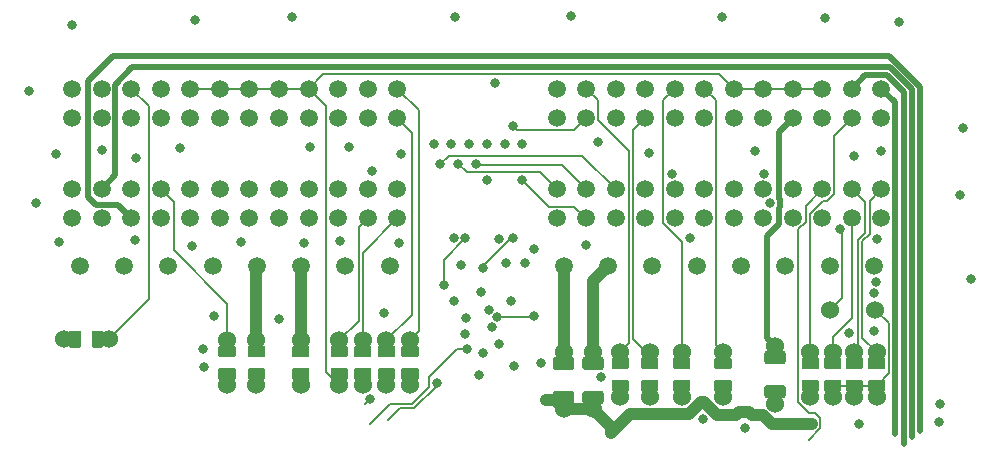
<source format=gtl>
G04 #@! TF.GenerationSoftware,KiCad,Pcbnew,8.0.6-8.0.6-0~ubuntu22.04.1*
G04 #@! TF.CreationDate,2024-11-30T07:07:21+00:00*
G04 #@! TF.ProjectId,hellen-112-17,68656c6c-656e-42d3-9131-322d31372e6b,B*
G04 #@! TF.SameCoordinates,Original*
G04 #@! TF.FileFunction,Copper,L1,Top*
G04 #@! TF.FilePolarity,Positive*
%FSLAX46Y46*%
G04 Gerber Fmt 4.6, Leading zero omitted, Abs format (unit mm)*
G04 Created by KiCad (PCBNEW 8.0.6-8.0.6-0~ubuntu22.04.1) date 2024-11-30 07:07:21*
%MOMM*%
%LPD*%
G01*
G04 APERTURE LIST*
G04 #@! TA.AperFunction,ComponentPad*
%ADD10C,1.500000*%
G04 #@! TD*
G04 #@! TA.AperFunction,ComponentPad*
%ADD11C,1.524000*%
G04 #@! TD*
G04 #@! TA.AperFunction,ViaPad*
%ADD12C,0.800000*%
G04 #@! TD*
G04 #@! TA.AperFunction,Conductor*
%ADD13C,0.200000*%
G04 #@! TD*
G04 #@! TA.AperFunction,Conductor*
%ADD14C,0.500000*%
G04 #@! TD*
G04 #@! TA.AperFunction,Conductor*
%ADD15C,1.000000*%
G04 #@! TD*
G04 APERTURE END LIST*
D10*
G04 #@! TO.P,J1,1,1A*
G04 #@! TO.N,/OUT_LS_101*
X77404267Y89716479D03*
G04 #@! TO.P,J1,2,2A*
G04 #@! TO.N,/OUT_LS_102*
X74904267Y89716479D03*
G04 #@! TO.P,J1,3,3A*
G04 #@! TO.N,GNDA*
X72404267Y89716479D03*
G04 #@! TO.P,J1,4,4A*
X69904267Y89716479D03*
G04 #@! TO.P,J1,5,5A*
X67404267Y89716479D03*
G04 #@! TO.P,J1,6,6A*
X64904267Y89716479D03*
G04 #@! TO.P,J1,7,7A*
G04 #@! TO.N,Net-(J1-7A)*
X62404267Y89716479D03*
G04 #@! TO.P,J1,8,8A*
G04 #@! TO.N,Net-(J1-8A)*
X59904267Y89716479D03*
G04 #@! TO.P,J1,9,9A*
G04 #@! TO.N,/IN_AV_109*
X57404267Y89716479D03*
G04 #@! TO.P,J1,10,10A*
G04 #@! TO.N,/IN_AV_110*
X54904267Y89716479D03*
G04 #@! TO.P,J1,11,11A*
G04 #@! TO.N,Net-(J1-11A)*
X52404267Y89716479D03*
G04 #@! TO.P,J1,12,12A*
G04 #@! TO.N,/IN_AV_112*
X49904267Y89716479D03*
G04 #@! TO.P,J1,13,13A*
G04 #@! TO.N,/IN_DIGITAL_113*
X77404267Y87216479D03*
G04 #@! TO.P,J1,14,14A*
G04 #@! TO.N,Net-(J1-14A)*
X74904267Y87216479D03*
G04 #@! TO.P,J1,15,15A*
G04 #@! TO.N,/OUT_MAIN_RELAY*
X72404267Y87216479D03*
G04 #@! TO.P,J1,16,16A*
G04 #@! TO.N,Net-(J1-16A)*
X69904267Y87216479D03*
G04 #@! TO.P,J1,17,17A*
G04 #@! TO.N,unconnected-(J1-17A-Pad17)*
X67404267Y87216479D03*
G04 #@! TO.P,J1,18,18A*
G04 #@! TO.N,unconnected-(J1-18A-Pad18)*
X64904267Y87216479D03*
G04 #@! TO.P,J1,19,19A*
G04 #@! TO.N,/IN_AV_119*
X62404267Y87216479D03*
G04 #@! TO.P,J1,20,20A*
G04 #@! TO.N,/IN_DIGITAL_120*
X59904267Y87216479D03*
G04 #@! TO.P,J1,21,21A*
G04 #@! TO.N,Net-(J1-21A)*
X57404267Y87216479D03*
G04 #@! TO.P,J1,22,22A*
G04 #@! TO.N,unconnected-(J1-22A-Pad22)*
X54904267Y87216479D03*
G04 #@! TO.P,J1,23,23A*
G04 #@! TO.N,/IN_DIGITAL_123*
X52404267Y87216479D03*
G04 #@! TO.P,J1,24,24A*
G04 #@! TO.N,unconnected-(J1-24A-Pad24)*
X49904267Y87216479D03*
G04 #@! TO.P,J1,25,25A*
G04 #@! TO.N,Net-(J1-25A)*
X77404267Y81216479D03*
G04 #@! TO.P,J1,26,26A*
G04 #@! TO.N,Net-(J1-26A)*
X74904267Y81216479D03*
G04 #@! TO.P,J1,27,27A*
G04 #@! TO.N,unconnected-(J1-27A-Pad27)*
X72404267Y81216479D03*
G04 #@! TO.P,J1,28,28A*
G04 #@! TO.N,/OUT_TACH*
X69904267Y81216479D03*
G04 #@! TO.P,J1,29,29A*
G04 #@! TO.N,/OUT_FUEL_CONSUMPTION*
X67404267Y81216479D03*
G04 #@! TO.P,J1,30,30A*
G04 #@! TO.N,unconnected-(J1-30A-Pad30)*
X64904267Y81216479D03*
G04 #@! TO.P,J1,31,31A*
G04 #@! TO.N,/OUT_AC_RELAY*
X62404267Y81216479D03*
G04 #@! TO.P,J1,32,32A*
G04 #@! TO.N,/CAN+*
X59904267Y81216479D03*
G04 #@! TO.P,J1,33,33A*
G04 #@! TO.N,unconnected-(J1-33A-Pad33)*
X57404267Y81216479D03*
G04 #@! TO.P,J1,34,34A*
G04 #@! TO.N,/IN_DIGITAL_134_HS*
X54904267Y81216479D03*
G04 #@! TO.P,J1,35,35A*
G04 #@! TO.N,/IN_DIGITAL_135_HS*
X52404267Y81216479D03*
G04 #@! TO.P,J1,36,36A*
G04 #@! TO.N,/IN_DIGITAL_136_HS*
X49904267Y81216479D03*
G04 #@! TO.P,J1,37,37A*
G04 #@! TO.N,Net-(J1-37A)*
X77404267Y78716479D03*
G04 #@! TO.P,J1,38,38A*
G04 #@! TO.N,Net-(J1-38A)*
X74904267Y78716479D03*
G04 #@! TO.P,J1,39,39A*
G04 #@! TO.N,unconnected-(J1-39A-Pad39)*
X72404267Y78716479D03*
G04 #@! TO.P,J1,40,40A*
G04 #@! TO.N,/OUT_RELAY_140*
X69904267Y78716479D03*
G04 #@! TO.P,J1,41,41A*
G04 #@! TO.N,/OUT_FAN_RELAY*
X67404267Y78716479D03*
G04 #@! TO.P,J1,42,42A*
G04 #@! TO.N,/OUT_FUEL_PUMP_RELAY*
X64904267Y78716479D03*
G04 #@! TO.P,J1,43,43A*
G04 #@! TO.N,unconnected-(J1-43A-Pad43)*
X62404267Y78716479D03*
G04 #@! TO.P,J1,44,44A*
G04 #@! TO.N,/CAN-*
X59904267Y78716479D03*
G04 #@! TO.P,J1,45,45A*
G04 #@! TO.N,unconnected-(J1-45A-Pad45)*
X57404267Y78716479D03*
G04 #@! TO.P,J1,46,46A*
G04 #@! TO.N,unconnected-(J1-46A-Pad46)*
X54904267Y78716479D03*
G04 #@! TO.P,J1,47,47A*
G04 #@! TO.N,/IN_DIGITAL_147_HS*
X52404267Y78716479D03*
G04 #@! TO.P,J1,48,48A*
G04 #@! TO.N,unconnected-(J1-48A-Pad48)*
X49904267Y78716479D03*
G04 #@! TO.P,J1,49,49A*
G04 #@! TO.N,unconnected-(J1-49A-Pad49)*
X76779267Y74716479D03*
G04 #@! TO.P,J1,50,50A*
G04 #@! TO.N,unconnected-(J1-50A-Pad50)*
X73029267Y74716479D03*
G04 #@! TO.P,J1,51,51A*
G04 #@! TO.N,/OUT_RELAY_151*
X69279267Y74716479D03*
G04 #@! TO.P,J1,52,52A*
G04 #@! TO.N,/OUT_RELAY_152*
X65529267Y74716479D03*
G04 #@! TO.P,J1,53,53A*
G04 #@! TO.N,GND*
X61779267Y74716479D03*
G04 #@! TO.P,J1,54,54A*
X58029267Y74716479D03*
G04 #@! TO.P,J1,55,55A*
G04 #@! TO.N,Net-(J1-55A)*
X54279267Y74716479D03*
G04 #@! TO.P,J1,56,56A*
G04 #@! TO.N,Net-(J1-56A)*
X50529267Y74716479D03*
G04 #@! TO.P,J1,57,1B*
G04 #@! TO.N,/IN_CRANK-*
X36404267Y89716479D03*
G04 #@! TO.P,J1,58,2B*
G04 #@! TO.N,unconnected-(J1-2B-Pad58)*
X33904267Y89716479D03*
G04 #@! TO.P,J1,59,3B*
G04 #@! TO.N,/IN_TPS1*
X31404267Y89716479D03*
G04 #@! TO.P,J1,60,4B*
G04 #@! TO.N,GNDA*
X28904267Y89716479D03*
G04 #@! TO.P,J1,61,5B*
X26404267Y89716479D03*
G04 #@! TO.P,J1,62,6B*
X23904267Y89716479D03*
G04 #@! TO.P,J1,63,7B*
X21404267Y89716479D03*
G04 #@! TO.P,J1,64,8B*
X18904267Y89716479D03*
G04 #@! TO.P,J1,65,9B*
G04 #@! TO.N,unconnected-(J1-9B-Pad65)*
X16404267Y89716479D03*
G04 #@! TO.P,J1,66,10B*
G04 #@! TO.N,+5VP*
X13904267Y89716479D03*
G04 #@! TO.P,J1,67,11B*
G04 #@! TO.N,unconnected-(J1-11B-Pad67)*
X11404267Y89716479D03*
G04 #@! TO.P,J1,68,12B*
G04 #@! TO.N,unconnected-(J1-12B-Pad68)*
X8904267Y89716479D03*
G04 #@! TO.P,J1,69,13B*
G04 #@! TO.N,/IN_CRANK+*
X36404267Y87216479D03*
G04 #@! TO.P,J1,70,14B*
G04 #@! TO.N,unconnected-(J1-14B-Pad70)*
X33904267Y87216479D03*
G04 #@! TO.P,J1,71,15B*
G04 #@! TO.N,/IN_CLT*
X31404267Y87216479D03*
G04 #@! TO.P,J1,72,16B*
G04 #@! TO.N,unconnected-(J1-16B-Pad72)*
X28904267Y87216479D03*
G04 #@! TO.P,J1,73,17B*
G04 #@! TO.N,unconnected-(J1-17B-Pad73)*
X26404267Y87216479D03*
G04 #@! TO.P,J1,74,18B*
G04 #@! TO.N,unconnected-(J1-18B-Pad74)*
X23904267Y87216479D03*
G04 #@! TO.P,J1,75,19B*
G04 #@! TO.N,/IN_MAP*
X21404267Y87216479D03*
G04 #@! TO.P,J1,76,20B*
G04 #@! TO.N,/IN_TPS2*
X18904267Y87216479D03*
G04 #@! TO.P,J1,77,21B*
G04 #@! TO.N,unconnected-(J1-21B-Pad77)*
X16404267Y87216479D03*
G04 #@! TO.P,J1,78,22B*
G04 #@! TO.N,unconnected-(J1-22B-Pad78)*
X13904267Y87216479D03*
G04 #@! TO.P,J1,79,23B*
G04 #@! TO.N,Net-(J1-23B)*
X11404267Y87216479D03*
G04 #@! TO.P,J1,80,24B*
G04 #@! TO.N,unconnected-(J1-24B-Pad80)*
X8904267Y87216479D03*
G04 #@! TO.P,J1,81,25B*
G04 #@! TO.N,unconnected-(J1-25B-Pad81)*
X36404267Y81216479D03*
G04 #@! TO.P,J1,82,26B*
G04 #@! TO.N,unconnected-(J1-26B-Pad82)*
X33904267Y81216479D03*
G04 #@! TO.P,J1,83,27B*
G04 #@! TO.N,/IN_IAT*
X31404267Y81216479D03*
G04 #@! TO.P,J1,84,28B*
G04 #@! TO.N,unconnected-(J1-28B-Pad84)*
X28904267Y81216479D03*
G04 #@! TO.P,J1,85,29B*
G04 #@! TO.N,unconnected-(J1-29B-Pad85)*
X26404267Y81216479D03*
G04 #@! TO.P,J1,86,30B*
G04 #@! TO.N,unconnected-(J1-30B-Pad86)*
X23904267Y81216479D03*
G04 #@! TO.P,J1,87,31B*
G04 #@! TO.N,/IN_CAM*
X21404267Y81216479D03*
G04 #@! TO.P,J1,88,32B*
G04 #@! TO.N,/IN_VSS*
X18904267Y81216479D03*
G04 #@! TO.P,J1,89,33B*
G04 #@! TO.N,Net-(J1-33B)*
X16404267Y81216479D03*
G04 #@! TO.P,J1,90,34B*
G04 #@! TO.N,unconnected-(J1-34B-Pad90)*
X13904267Y81216479D03*
G04 #@! TO.P,J1,91,35B*
G04 #@! TO.N,/OUT_LS_235*
X11404267Y81216479D03*
G04 #@! TO.P,J1,92,36B*
G04 #@! TO.N,unconnected-(J1-36B-Pad92)*
X8904267Y81216479D03*
G04 #@! TO.P,J1,93,37B*
G04 #@! TO.N,Net-(J1-37B)*
X36404267Y78716479D03*
G04 #@! TO.P,J1,94,38B*
G04 #@! TO.N,Net-(J1-38B)*
X33904267Y78716479D03*
G04 #@! TO.P,J1,95,39B*
G04 #@! TO.N,unconnected-(J1-39B-Pad95)*
X31404267Y78716479D03*
G04 #@! TO.P,J1,96,40B*
G04 #@! TO.N,unconnected-(J1-40B-Pad96)*
X28904267Y78716479D03*
G04 #@! TO.P,J1,97,41B*
G04 #@! TO.N,unconnected-(J1-41B-Pad97)*
X26404267Y78716479D03*
G04 #@! TO.P,J1,98,42B*
G04 #@! TO.N,/OUT_INJ2*
X23904267Y78716479D03*
G04 #@! TO.P,J1,99,43B*
G04 #@! TO.N,/OUT_INJ3*
X21404267Y78716479D03*
G04 #@! TO.P,J1,100,44B*
G04 #@! TO.N,/OUT_INJ1*
X18904267Y78716479D03*
G04 #@! TO.P,J1,101,45B*
G04 #@! TO.N,/OUT_INJ4*
X16404267Y78716479D03*
G04 #@! TO.P,J1,102,46B*
G04 #@! TO.N,/OUT_LS_246*
X13904267Y78716479D03*
G04 #@! TO.P,J1,103,47B*
G04 #@! TO.N,GNDA*
X11404267Y78716479D03*
G04 #@! TO.P,J1,104,48B*
G04 #@! TO.N,unconnected-(J1-48B-Pad104)*
X8904267Y78716479D03*
G04 #@! TO.P,J1,105,49B*
G04 #@! TO.N,unconnected-(J1-49B-Pad105)*
X35779267Y74716479D03*
G04 #@! TO.P,J1,106,50B*
G04 #@! TO.N,GND*
X32029267Y74716479D03*
G04 #@! TO.P,J1,107,51B*
G04 #@! TO.N,Net-(J1-51B)*
X28279267Y74716479D03*
G04 #@! TO.P,J1,108,52B*
G04 #@! TO.N,Net-(J1-52B)*
X24529267Y74716479D03*
G04 #@! TO.P,J1,109,53B*
G04 #@! TO.N,/OUT_IGN2*
X20779267Y74716479D03*
G04 #@! TO.P,J1,110,54B*
G04 #@! TO.N,/OUT_IGN3*
X17029267Y74716479D03*
G04 #@! TO.P,J1,111,55B*
G04 #@! TO.N,/OUT_IGN4*
X13279267Y74716479D03*
G04 #@! TO.P,J1,112,56B*
G04 #@! TO.N,/OUT_IGN1*
X9529267Y74716479D03*
G04 #@! TD*
D11*
G04 #@! TO.P,R13,1,1*
G04 #@! TO.N,Net-(J1-37B)*
X33500000Y68405000D03*
G04 #@! TA.AperFunction,SMDPad,CuDef*
G36*
G01*
X32875000Y67950001D02*
X34125000Y67950001D01*
G75*
G02*
X34225000Y67850001I0J-100000D01*
G01*
X34225000Y67050001D01*
G75*
G02*
X34125000Y66950001I-100000J0D01*
G01*
X32875000Y66950001D01*
G75*
G02*
X32775000Y67050001I0J100000D01*
G01*
X32775000Y67850001D01*
G75*
G02*
X32875000Y67950001I100000J0D01*
G01*
G37*
G04 #@! TD.AperFunction*
G04 #@! TO.P,R13,2,2*
G04 #@! TO.N,unconnected-(R13-Pad2)*
G04 #@! TA.AperFunction,SMDPad,CuDef*
G36*
G01*
X32875000Y66049979D02*
X34125000Y66049979D01*
G75*
G02*
X34225000Y65949979I0J-100000D01*
G01*
X34225000Y65149979D01*
G75*
G02*
X34125000Y65049979I-100000J0D01*
G01*
X32875000Y65049979D01*
G75*
G02*
X32775000Y65149979I0J100000D01*
G01*
X32775000Y65949979D01*
G75*
G02*
X32875000Y66049979I100000J0D01*
G01*
G37*
G04 #@! TD.AperFunction*
X33500000Y64595000D03*
G04 #@! TD*
G04 #@! TO.P,R11,1,1*
G04 #@! TO.N,Net-(J1-23B)*
X8190000Y68500000D03*
G04 #@! TA.AperFunction,SMDPad,CuDef*
G36*
G01*
X8644999Y67875000D02*
X8644999Y69125000D01*
G75*
G02*
X8744999Y69225000I100000J0D01*
G01*
X9544999Y69225000D01*
G75*
G02*
X9644999Y69125000I0J-100000D01*
G01*
X9644999Y67875000D01*
G75*
G02*
X9544999Y67775000I-100000J0D01*
G01*
X8744999Y67775000D01*
G75*
G02*
X8644999Y67875000I0J100000D01*
G01*
G37*
G04 #@! TD.AperFunction*
G04 #@! TO.P,R11,2,2*
G04 #@! TO.N,+5VP*
G04 #@! TA.AperFunction,SMDPad,CuDef*
G36*
G01*
X10545021Y67875000D02*
X10545021Y69125000D01*
G75*
G02*
X10645021Y69225000I100000J0D01*
G01*
X11445021Y69225000D01*
G75*
G02*
X11545021Y69125000I0J-100000D01*
G01*
X11545021Y67875000D01*
G75*
G02*
X11445021Y67775000I-100000J0D01*
G01*
X10645021Y67775000D01*
G75*
G02*
X10545021Y67875000I0J100000D01*
G01*
G37*
G04 #@! TD.AperFunction*
X12000000Y68500000D03*
G04 #@! TD*
G04 #@! TO.P,R14,1,1*
G04 #@! TO.N,Net-(J1-38B)*
X31500000Y68405000D03*
G04 #@! TA.AperFunction,SMDPad,CuDef*
G36*
G01*
X30875000Y67950001D02*
X32125000Y67950001D01*
G75*
G02*
X32225000Y67850001I0J-100000D01*
G01*
X32225000Y67050001D01*
G75*
G02*
X32125000Y66950001I-100000J0D01*
G01*
X30875000Y66950001D01*
G75*
G02*
X30775000Y67050001I0J100000D01*
G01*
X30775000Y67850001D01*
G75*
G02*
X30875000Y67950001I100000J0D01*
G01*
G37*
G04 #@! TD.AperFunction*
G04 #@! TO.P,R14,2,2*
G04 #@! TO.N,GNDA*
G04 #@! TA.AperFunction,SMDPad,CuDef*
G36*
G01*
X30875000Y66049979D02*
X32125000Y66049979D01*
G75*
G02*
X32225000Y65949979I0J-100000D01*
G01*
X32225000Y65149979D01*
G75*
G02*
X32125000Y65049979I-100000J0D01*
G01*
X30875000Y65049979D01*
G75*
G02*
X30775000Y65149979I0J100000D01*
G01*
X30775000Y65949979D01*
G75*
G02*
X30875000Y66049979I100000J0D01*
G01*
G37*
G04 #@! TD.AperFunction*
X31500000Y64595000D03*
G04 #@! TD*
G04 #@! TO.P,R12,1,1*
G04 #@! TO.N,Net-(J1-33B)*
X22000000Y68405000D03*
G04 #@! TA.AperFunction,SMDPad,CuDef*
G36*
G01*
X21375000Y67950001D02*
X22625000Y67950001D01*
G75*
G02*
X22725000Y67850001I0J-100000D01*
G01*
X22725000Y67050001D01*
G75*
G02*
X22625000Y66950001I-100000J0D01*
G01*
X21375000Y66950001D01*
G75*
G02*
X21275000Y67050001I0J100000D01*
G01*
X21275000Y67850001D01*
G75*
G02*
X21375000Y67950001I100000J0D01*
G01*
G37*
G04 #@! TD.AperFunction*
G04 #@! TO.P,R12,2,2*
G04 #@! TO.N,unconnected-(R12-Pad2)*
G04 #@! TA.AperFunction,SMDPad,CuDef*
G36*
G01*
X21375000Y66049979D02*
X22625000Y66049979D01*
G75*
G02*
X22725000Y65949979I0J-100000D01*
G01*
X22725000Y65149979D01*
G75*
G02*
X22625000Y65049979I-100000J0D01*
G01*
X21375000Y65049979D01*
G75*
G02*
X21275000Y65149979I0J100000D01*
G01*
X21275000Y65949979D01*
G75*
G02*
X21375000Y66049979I100000J0D01*
G01*
G37*
G04 #@! TD.AperFunction*
X22000000Y64595000D03*
G04 #@! TD*
G04 #@! TO.P,F2,1,1*
G04 #@! TO.N,Net-(J1-55A)*
X53000000Y67450000D03*
G04 #@! TA.AperFunction,SMDPad,CuDef*
G36*
G01*
X52100000Y66105010D02*
X52100000Y66795010D01*
G75*
G02*
X52330000Y67025010I230000J0D01*
G01*
X53670000Y67025010D01*
G75*
G02*
X53900000Y66795010I0J-230000D01*
G01*
X53900000Y66105010D01*
G75*
G02*
X53670000Y65875010I-230000J0D01*
G01*
X52330000Y65875010D01*
G75*
G02*
X52100000Y66105010I0J230000D01*
G01*
G37*
G04 #@! TD.AperFunction*
G04 #@! TO.P,F2,2,2*
G04 #@! TO.N,+12V_RAW*
G04 #@! TA.AperFunction,SMDPad,CuDef*
G36*
G01*
X52100000Y63204990D02*
X52100000Y63894990D01*
G75*
G02*
X52330000Y64124990I230000J0D01*
G01*
X53670000Y64124990D01*
G75*
G02*
X53900000Y63894990I0J-230000D01*
G01*
X53900000Y63204990D01*
G75*
G02*
X53670000Y62974990I-230000J0D01*
G01*
X52330000Y62974990D01*
G75*
G02*
X52100000Y63204990I0J230000D01*
G01*
G37*
G04 #@! TD.AperFunction*
X53000000Y62550000D03*
G04 #@! TD*
G04 #@! TO.P,R15,1,1*
G04 #@! TO.N,Net-(J1-51B)*
X28250000Y68405000D03*
G04 #@! TA.AperFunction,SMDPad,CuDef*
G36*
G01*
X27625000Y67950001D02*
X28875000Y67950001D01*
G75*
G02*
X28975000Y67850001I0J-100000D01*
G01*
X28975000Y67050001D01*
G75*
G02*
X28875000Y66950001I-100000J0D01*
G01*
X27625000Y66950001D01*
G75*
G02*
X27525000Y67050001I0J100000D01*
G01*
X27525000Y67850001D01*
G75*
G02*
X27625000Y67950001I100000J0D01*
G01*
G37*
G04 #@! TD.AperFunction*
G04 #@! TO.P,R15,2,2*
G04 #@! TO.N,/OUT_ETB+*
G04 #@! TA.AperFunction,SMDPad,CuDef*
G36*
G01*
X27625000Y66049979D02*
X28875000Y66049979D01*
G75*
G02*
X28975000Y65949979I0J-100000D01*
G01*
X28975000Y65149979D01*
G75*
G02*
X28875000Y65049979I-100000J0D01*
G01*
X27625000Y65049979D01*
G75*
G02*
X27525000Y65149979I0J100000D01*
G01*
X27525000Y65949979D01*
G75*
G02*
X27625000Y66049979I100000J0D01*
G01*
G37*
G04 #@! TD.AperFunction*
X28250000Y64595000D03*
G04 #@! TD*
G04 #@! TO.P,F1,1,1*
G04 #@! TO.N,Net-(J1-16A)*
X68400000Y67950000D03*
G04 #@! TA.AperFunction,SMDPad,CuDef*
G36*
G01*
X67500000Y66605010D02*
X67500000Y67295010D01*
G75*
G02*
X67730000Y67525010I230000J0D01*
G01*
X69070000Y67525010D01*
G75*
G02*
X69300000Y67295010I0J-230000D01*
G01*
X69300000Y66605010D01*
G75*
G02*
X69070000Y66375010I-230000J0D01*
G01*
X67730000Y66375010D01*
G75*
G02*
X67500000Y66605010I0J230000D01*
G01*
G37*
G04 #@! TD.AperFunction*
G04 #@! TO.P,F1,2,2*
G04 #@! TO.N,/IN_VIGN*
G04 #@! TA.AperFunction,SMDPad,CuDef*
G36*
G01*
X67500000Y63704990D02*
X67500000Y64394990D01*
G75*
G02*
X67730000Y64624990I230000J0D01*
G01*
X69070000Y64624990D01*
G75*
G02*
X69300000Y64394990I0J-230000D01*
G01*
X69300000Y63704990D01*
G75*
G02*
X69070000Y63474990I-230000J0D01*
G01*
X67730000Y63474990D01*
G75*
G02*
X67500000Y63704990I0J230000D01*
G01*
G37*
G04 #@! TD.AperFunction*
X68400000Y63050000D03*
G04 #@! TD*
G04 #@! TO.P,F3,1,1*
G04 #@! TO.N,Net-(J1-56A)*
X50500000Y67450000D03*
G04 #@! TA.AperFunction,SMDPad,CuDef*
G36*
G01*
X49600000Y66105010D02*
X49600000Y66795010D01*
G75*
G02*
X49830000Y67025010I230000J0D01*
G01*
X51170000Y67025010D01*
G75*
G02*
X51400000Y66795010I0J-230000D01*
G01*
X51400000Y66105010D01*
G75*
G02*
X51170000Y65875010I-230000J0D01*
G01*
X49830000Y65875010D01*
G75*
G02*
X49600000Y66105010I0J230000D01*
G01*
G37*
G04 #@! TD.AperFunction*
G04 #@! TO.P,F3,2,2*
G04 #@! TO.N,+12V_RAW*
G04 #@! TA.AperFunction,SMDPad,CuDef*
G36*
G01*
X49600000Y63204990D02*
X49600000Y63894990D01*
G75*
G02*
X49830000Y64124990I230000J0D01*
G01*
X51170000Y64124990D01*
G75*
G02*
X51400000Y63894990I0J-230000D01*
G01*
X51400000Y63204990D01*
G75*
G02*
X51170000Y62974990I-230000J0D01*
G01*
X49830000Y62974990D01*
G75*
G02*
X49600000Y63204990I0J230000D01*
G01*
G37*
G04 #@! TD.AperFunction*
X50500000Y62550000D03*
G04 #@! TD*
G04 #@! TO.P,R1,1,1*
G04 #@! TO.N,Net-(J1-7A)*
X64000000Y67405000D03*
G04 #@! TA.AperFunction,SMDPad,CuDef*
G36*
G01*
X63375000Y66950001D02*
X64625000Y66950001D01*
G75*
G02*
X64725000Y66850001I0J-100000D01*
G01*
X64725000Y66050001D01*
G75*
G02*
X64625000Y65950001I-100000J0D01*
G01*
X63375000Y65950001D01*
G75*
G02*
X63275000Y66050001I0J100000D01*
G01*
X63275000Y66850001D01*
G75*
G02*
X63375000Y66950001I100000J0D01*
G01*
G37*
G04 #@! TD.AperFunction*
G04 #@! TO.P,R1,2,2*
G04 #@! TO.N,/IN_AV_107*
G04 #@! TA.AperFunction,SMDPad,CuDef*
G36*
G01*
X63375000Y65049979D02*
X64625000Y65049979D01*
G75*
G02*
X64725000Y64949979I0J-100000D01*
G01*
X64725000Y64149979D01*
G75*
G02*
X64625000Y64049979I-100000J0D01*
G01*
X63375000Y64049979D01*
G75*
G02*
X63275000Y64149979I0J100000D01*
G01*
X63275000Y64949979D01*
G75*
G02*
X63375000Y65049979I100000J0D01*
G01*
G37*
G04 #@! TD.AperFunction*
X64000000Y63595000D03*
G04 #@! TD*
G04 #@! TO.P,R9,1,1*
G04 #@! TO.N,/IN_CRANK-*
X37500000Y68405000D03*
G04 #@! TA.AperFunction,SMDPad,CuDef*
G36*
G01*
X36875000Y67950001D02*
X38125000Y67950001D01*
G75*
G02*
X38225000Y67850001I0J-100000D01*
G01*
X38225000Y67050001D01*
G75*
G02*
X38125000Y66950001I-100000J0D01*
G01*
X36875000Y66950001D01*
G75*
G02*
X36775000Y67050001I0J100000D01*
G01*
X36775000Y67850001D01*
G75*
G02*
X36875000Y67950001I100000J0D01*
G01*
G37*
G04 #@! TD.AperFunction*
G04 #@! TO.P,R9,2,2*
G04 #@! TO.N,unconnected-(R9-Pad2)*
G04 #@! TA.AperFunction,SMDPad,CuDef*
G36*
G01*
X36875000Y66049979D02*
X38125000Y66049979D01*
G75*
G02*
X38225000Y65949979I0J-100000D01*
G01*
X38225000Y65149979D01*
G75*
G02*
X38125000Y65049979I-100000J0D01*
G01*
X36875000Y65049979D01*
G75*
G02*
X36775000Y65149979I0J100000D01*
G01*
X36775000Y65949979D01*
G75*
G02*
X36875000Y66049979I100000J0D01*
G01*
G37*
G04 #@! TD.AperFunction*
X37500000Y64595000D03*
G04 #@! TD*
G04 #@! TO.P,R6,1,1*
G04 #@! TO.N,Net-(J1-25A)*
X77000000Y67405000D03*
G04 #@! TA.AperFunction,SMDPad,CuDef*
G36*
G01*
X76375000Y66950001D02*
X77625000Y66950001D01*
G75*
G02*
X77725000Y66850001I0J-100000D01*
G01*
X77725000Y66050001D01*
G75*
G02*
X77625000Y65950001I-100000J0D01*
G01*
X76375000Y65950001D01*
G75*
G02*
X76275000Y66050001I0J100000D01*
G01*
X76275000Y66850001D01*
G75*
G02*
X76375000Y66950001I100000J0D01*
G01*
G37*
G04 #@! TD.AperFunction*
G04 #@! TO.P,R6,2,2*
G04 #@! TO.N,+5VP*
G04 #@! TA.AperFunction,SMDPad,CuDef*
G36*
G01*
X76375000Y65049979D02*
X77625000Y65049979D01*
G75*
G02*
X77725000Y64949979I0J-100000D01*
G01*
X77725000Y64149979D01*
G75*
G02*
X77625000Y64049979I-100000J0D01*
G01*
X76375000Y64049979D01*
G75*
G02*
X76275000Y64149979I0J100000D01*
G01*
X76275000Y64949979D01*
G75*
G02*
X76375000Y65049979I100000J0D01*
G01*
G37*
G04 #@! TD.AperFunction*
X77000000Y63595000D03*
G04 #@! TD*
G04 #@! TO.P,R4,1,1*
G04 #@! TO.N,Net-(J1-14A)*
X71400000Y67405000D03*
G04 #@! TA.AperFunction,SMDPad,CuDef*
G36*
G01*
X70775000Y66950001D02*
X72025000Y66950001D01*
G75*
G02*
X72125000Y66850001I0J-100000D01*
G01*
X72125000Y66050001D01*
G75*
G02*
X72025000Y65950001I-100000J0D01*
G01*
X70775000Y65950001D01*
G75*
G02*
X70675000Y66050001I0J100000D01*
G01*
X70675000Y66850001D01*
G75*
G02*
X70775000Y66950001I100000J0D01*
G01*
G37*
G04 #@! TD.AperFunction*
G04 #@! TO.P,R4,2,2*
G04 #@! TO.N,/IN_PPS2*
G04 #@! TA.AperFunction,SMDPad,CuDef*
G36*
G01*
X70775000Y65049979D02*
X72025000Y65049979D01*
G75*
G02*
X72125000Y64949979I0J-100000D01*
G01*
X72125000Y64149979D01*
G75*
G02*
X72025000Y64049979I-100000J0D01*
G01*
X70775000Y64049979D01*
G75*
G02*
X70675000Y64149979I0J100000D01*
G01*
X70675000Y64949979D01*
G75*
G02*
X70775000Y65049979I100000J0D01*
G01*
G37*
G04 #@! TD.AperFunction*
X71400000Y63595000D03*
G04 #@! TD*
G04 #@! TO.P,R8,1,1*
G04 #@! TO.N,Net-(J1-38A)*
X73300000Y67405000D03*
G04 #@! TA.AperFunction,SMDPad,CuDef*
G36*
G01*
X72675000Y66950001D02*
X73925000Y66950001D01*
G75*
G02*
X74025000Y66850001I0J-100000D01*
G01*
X74025000Y66050001D01*
G75*
G02*
X73925000Y65950001I-100000J0D01*
G01*
X72675000Y65950001D01*
G75*
G02*
X72575000Y66050001I0J100000D01*
G01*
X72575000Y66850001D01*
G75*
G02*
X72675000Y66950001I100000J0D01*
G01*
G37*
G04 #@! TD.AperFunction*
G04 #@! TO.P,R8,2,2*
G04 #@! TO.N,+5VP*
G04 #@! TA.AperFunction,SMDPad,CuDef*
G36*
G01*
X72675000Y65049979D02*
X73925000Y65049979D01*
G75*
G02*
X74025000Y64949979I0J-100000D01*
G01*
X74025000Y64149979D01*
G75*
G02*
X73925000Y64049979I-100000J0D01*
G01*
X72675000Y64049979D01*
G75*
G02*
X72575000Y64149979I0J100000D01*
G01*
X72575000Y64949979D01*
G75*
G02*
X72675000Y65049979I100000J0D01*
G01*
G37*
G04 #@! TD.AperFunction*
X73300000Y63595000D03*
G04 #@! TD*
G04 #@! TO.P,R10,1,1*
G04 #@! TO.N,/IN_CRANK+*
X35500000Y68405000D03*
G04 #@! TA.AperFunction,SMDPad,CuDef*
G36*
G01*
X34875000Y67950001D02*
X36125000Y67950001D01*
G75*
G02*
X36225000Y67850001I0J-100000D01*
G01*
X36225000Y67050001D01*
G75*
G02*
X36125000Y66950001I-100000J0D01*
G01*
X34875000Y66950001D01*
G75*
G02*
X34775000Y67050001I0J100000D01*
G01*
X34775000Y67850001D01*
G75*
G02*
X34875000Y67950001I100000J0D01*
G01*
G37*
G04 #@! TD.AperFunction*
G04 #@! TO.P,R10,2,2*
G04 #@! TO.N,unconnected-(R10-Pad2)*
G04 #@! TA.AperFunction,SMDPad,CuDef*
G36*
G01*
X34875000Y66049979D02*
X36125000Y66049979D01*
G75*
G02*
X36225000Y65949979I0J-100000D01*
G01*
X36225000Y65149979D01*
G75*
G02*
X36125000Y65049979I-100000J0D01*
G01*
X34875000Y65049979D01*
G75*
G02*
X34775000Y65149979I0J100000D01*
G01*
X34775000Y65949979D01*
G75*
G02*
X34875000Y66049979I100000J0D01*
G01*
G37*
G04 #@! TD.AperFunction*
X35500000Y64595000D03*
G04 #@! TD*
G04 #@! TO.P,R7,1,1*
G04 #@! TO.N,Net-(J1-26A)*
X75100000Y67405000D03*
G04 #@! TA.AperFunction,SMDPad,CuDef*
G36*
G01*
X74475000Y66950001D02*
X75725000Y66950001D01*
G75*
G02*
X75825000Y66850001I0J-100000D01*
G01*
X75825000Y66050001D01*
G75*
G02*
X75725000Y65950001I-100000J0D01*
G01*
X74475000Y65950001D01*
G75*
G02*
X74375000Y66050001I0J100000D01*
G01*
X74375000Y66850001D01*
G75*
G02*
X74475000Y66950001I100000J0D01*
G01*
G37*
G04 #@! TD.AperFunction*
G04 #@! TO.P,R7,2,2*
G04 #@! TO.N,+5VP*
G04 #@! TA.AperFunction,SMDPad,CuDef*
G36*
G01*
X74475000Y65049979D02*
X75725000Y65049979D01*
G75*
G02*
X75825000Y64949979I0J-100000D01*
G01*
X75825000Y64149979D01*
G75*
G02*
X75725000Y64049979I-100000J0D01*
G01*
X74475000Y64049979D01*
G75*
G02*
X74375000Y64149979I0J100000D01*
G01*
X74375000Y64949979D01*
G75*
G02*
X74475000Y65049979I100000J0D01*
G01*
G37*
G04 #@! TD.AperFunction*
X75100000Y63595000D03*
G04 #@! TD*
G04 #@! TO.P,R16,1,1*
G04 #@! TO.N,Net-(J1-52B)*
X24500000Y68405000D03*
G04 #@! TA.AperFunction,SMDPad,CuDef*
G36*
G01*
X23875000Y67950001D02*
X25125000Y67950001D01*
G75*
G02*
X25225000Y67850001I0J-100000D01*
G01*
X25225000Y67050001D01*
G75*
G02*
X25125000Y66950001I-100000J0D01*
G01*
X23875000Y66950001D01*
G75*
G02*
X23775000Y67050001I0J100000D01*
G01*
X23775000Y67850001D01*
G75*
G02*
X23875000Y67950001I100000J0D01*
G01*
G37*
G04 #@! TD.AperFunction*
G04 #@! TO.P,R16,2,2*
G04 #@! TO.N,/OUT_ETB-*
G04 #@! TA.AperFunction,SMDPad,CuDef*
G36*
G01*
X23875000Y66049979D02*
X25125000Y66049979D01*
G75*
G02*
X25225000Y65949979I0J-100000D01*
G01*
X25225000Y65149979D01*
G75*
G02*
X25125000Y65049979I-100000J0D01*
G01*
X23875000Y65049979D01*
G75*
G02*
X23775000Y65149979I0J100000D01*
G01*
X23775000Y65949979D01*
G75*
G02*
X23875000Y66049979I100000J0D01*
G01*
G37*
G04 #@! TD.AperFunction*
X24500000Y64595000D03*
G04 #@! TD*
G04 #@! TO.P,R5,1,1*
G04 #@! TO.N,Net-(J1-21A)*
X57800000Y67405000D03*
G04 #@! TA.AperFunction,SMDPad,CuDef*
G36*
G01*
X57175000Y66950001D02*
X58425000Y66950001D01*
G75*
G02*
X58525000Y66850001I0J-100000D01*
G01*
X58525000Y66050001D01*
G75*
G02*
X58425000Y65950001I-100000J0D01*
G01*
X57175000Y65950001D01*
G75*
G02*
X57075000Y66050001I0J100000D01*
G01*
X57075000Y66850001D01*
G75*
G02*
X57175000Y66950001I100000J0D01*
G01*
G37*
G04 #@! TD.AperFunction*
G04 #@! TO.P,R5,2,2*
G04 #@! TO.N,/IN_PPS1*
G04 #@! TA.AperFunction,SMDPad,CuDef*
G36*
G01*
X57175000Y65049979D02*
X58425000Y65049979D01*
G75*
G02*
X58525000Y64949979I0J-100000D01*
G01*
X58525000Y64149979D01*
G75*
G02*
X58425000Y64049979I-100000J0D01*
G01*
X57175000Y64049979D01*
G75*
G02*
X57075000Y64149979I0J100000D01*
G01*
X57075000Y64949979D01*
G75*
G02*
X57175000Y65049979I100000J0D01*
G01*
G37*
G04 #@! TD.AperFunction*
X57800000Y63595000D03*
G04 #@! TD*
G04 #@! TO.P,R2,1,1*
G04 #@! TO.N,Net-(J1-8A)*
X60500000Y67405000D03*
G04 #@! TA.AperFunction,SMDPad,CuDef*
G36*
G01*
X59875000Y66950001D02*
X61125000Y66950001D01*
G75*
G02*
X61225000Y66850001I0J-100000D01*
G01*
X61225000Y66050001D01*
G75*
G02*
X61125000Y65950001I-100000J0D01*
G01*
X59875000Y65950001D01*
G75*
G02*
X59775000Y66050001I0J100000D01*
G01*
X59775000Y66850001D01*
G75*
G02*
X59875000Y66950001I100000J0D01*
G01*
G37*
G04 #@! TD.AperFunction*
G04 #@! TO.P,R2,2,2*
G04 #@! TO.N,GND*
G04 #@! TA.AperFunction,SMDPad,CuDef*
G36*
G01*
X59875000Y65049979D02*
X61125000Y65049979D01*
G75*
G02*
X61225000Y64949979I0J-100000D01*
G01*
X61225000Y64149979D01*
G75*
G02*
X61125000Y64049979I-100000J0D01*
G01*
X59875000Y64049979D01*
G75*
G02*
X59775000Y64149979I0J100000D01*
G01*
X59775000Y64949979D01*
G75*
G02*
X59875000Y65049979I100000J0D01*
G01*
G37*
G04 #@! TD.AperFunction*
X60500000Y63595000D03*
G04 #@! TD*
G04 #@! TO.P,R3,1,1*
G04 #@! TO.N,Net-(J1-11A)*
X55300000Y67405000D03*
G04 #@! TA.AperFunction,SMDPad,CuDef*
G36*
G01*
X54675000Y66950001D02*
X55925000Y66950001D01*
G75*
G02*
X56025000Y66850001I0J-100000D01*
G01*
X56025000Y66050001D01*
G75*
G02*
X55925000Y65950001I-100000J0D01*
G01*
X54675000Y65950001D01*
G75*
G02*
X54575000Y66050001I0J100000D01*
G01*
X54575000Y66850001D01*
G75*
G02*
X54675000Y66950001I100000J0D01*
G01*
G37*
G04 #@! TD.AperFunction*
G04 #@! TO.P,R3,2,2*
G04 #@! TO.N,/IN_AV_111*
G04 #@! TA.AperFunction,SMDPad,CuDef*
G36*
G01*
X54675000Y65049979D02*
X55925000Y65049979D01*
G75*
G02*
X56025000Y64949979I0J-100000D01*
G01*
X56025000Y64149979D01*
G75*
G02*
X55925000Y64049979I-100000J0D01*
G01*
X54675000Y64049979D01*
G75*
G02*
X54575000Y64149979I0J100000D01*
G01*
X54575000Y64949979D01*
G75*
G02*
X54675000Y65049979I100000J0D01*
G01*
G37*
G04 #@! TD.AperFunction*
X55300000Y63595000D03*
G04 #@! TD*
G04 #@! TO.P,R54,1,1*
G04 #@! TO.N,Net-(J1-37A)*
X73090000Y71000000D03*
G04 #@! TO.P,R54,2,2*
G04 #@! TO.N,+5VP*
X76900000Y71000000D03*
G04 #@! TD*
D12*
G04 #@! TO.N,*
X42190446Y77065868D03*
X40341487Y73053162D03*
X43999046Y82000000D03*
X44863732Y70377949D03*
X5800000Y80000000D03*
X46189486Y77065715D03*
X48000000Y70500000D03*
X34300000Y82700000D03*
X43698955Y74558230D03*
G04 #@! TO.N,+5VA*
X46290001Y66215332D03*
X44710475Y90200000D03*
X45048311Y77018386D03*
X53708605Y65326466D03*
X41200000Y77100000D03*
G04 #@! TO.N,/OUT_RELAY_151*
X76934280Y73339960D03*
G04 #@! TO.N,/OUT_FUEL_CONSUMPTION*
X59650000Y82500000D03*
G04 #@! TO.N,+5VP*
X39750000Y64770710D03*
G04 #@! TO.N,/OUT_TACH*
X67500923Y82512382D03*
G04 #@! TO.N,/OUT_AC_RELAY*
X68000000Y80000000D03*
G04 #@! TO.N,/IN_DIGITAL_113*
X77050000Y77000000D03*
X61200000Y77100000D03*
G04 #@! TO.N,/IN_DIGITAL_123*
X46187517Y86566912D03*
G04 #@! TO.N,/IN_DIGITAL_134_HS*
X40076262Y83298679D03*
G04 #@! TO.N,/IN_DIGITAL_135_HS*
X43097539Y83343646D03*
G04 #@! TO.N,/IN_DIGITAL_136_HS*
X41587104Y83322729D03*
G04 #@! TO.N,/IN_DIGITAL_147_HS*
X46999046Y82000000D03*
G04 #@! TO.N,GND*
X45500000Y85000000D03*
X27500000Y95800000D03*
X31600000Y76800000D03*
X28500000Y76600000D03*
X72600000Y95700000D03*
X26400000Y70200000D03*
X41000000Y85000000D03*
X8900000Y95100000D03*
X41300000Y95800000D03*
X39500000Y85000000D03*
X20061597Y66138403D03*
X74700000Y69000000D03*
X19000000Y76400000D03*
X41215816Y71699270D03*
X23200000Y76700000D03*
X14300000Y83800000D03*
X11400000Y84500000D03*
X53400000Y85200000D03*
X47197139Y74960087D03*
X43500000Y72500000D03*
X57700000Y84300000D03*
X46024421Y71718010D03*
X43300000Y65500000D03*
X76800000Y69200000D03*
X42500000Y85000000D03*
X19300000Y95500000D03*
X48000000Y76100000D03*
X66700000Y84400000D03*
X45646107Y74982425D03*
X35300000Y70700000D03*
X29000000Y84800000D03*
X36700000Y84200000D03*
X32300000Y84800000D03*
X85000000Y73600000D03*
X14200000Y76900000D03*
X63875843Y95776435D03*
X43700000Y67300000D03*
X20000000Y67700000D03*
X7500000Y84200000D03*
X51100000Y95900000D03*
X5200000Y89500000D03*
X65852260Y60984573D03*
X44000000Y85000000D03*
X84315716Y86365045D03*
X78899878Y95376860D03*
X7800000Y76700000D03*
X84100000Y80700000D03*
X18000000Y84700000D03*
X76800000Y72400000D03*
X48600000Y66500000D03*
X75500000Y61300000D03*
X41844771Y74818900D03*
X75100000Y84000000D03*
X77400000Y84400000D03*
X52400000Y76500000D03*
X36600000Y76600000D03*
X47000000Y85000000D03*
X20900000Y70500000D03*
G04 #@! TO.N,/TLS115_PG*
X45000000Y68100000D03*
G04 #@! TO.N,+12V_RAW*
X71500000Y61300000D03*
G04 #@! TO.N,Net-(J1-37A)*
X73900000Y77800000D03*
G04 #@! TO.N,/VREF2*
X34099500Y63418082D03*
X62300000Y61699500D03*
G04 #@! TO.N,/IN_AV_111*
X82325350Y61492537D03*
G04 #@! TO.N,/IN_PPS1*
X82362001Y63000000D03*
G04 #@! TO.N,/DIGITAL_135_HS*
X42139935Y68950001D03*
G04 #@! TO.N,/DIGITAL_134_HS*
X42350002Y67650001D03*
G04 #@! TO.N,/DIGITAL_136_HS*
X42200001Y70250001D03*
G04 #@! TO.N,/DIGITAL_147_HS*
X44147637Y71002219D03*
G04 #@! TO.N,/DIGITAL_123*
X44458205Y69518849D03*
G04 #@! TD*
D13*
G04 #@! TO.N,*
X48000000Y70500000D02*
X47873807Y70373807D01*
X44867874Y70373807D02*
X44863732Y70377949D01*
X47873807Y70373807D02*
X44867874Y70373807D01*
X46057404Y77065715D02*
X43698955Y74707266D01*
X46189486Y77065715D02*
X46057404Y77065715D01*
X43698955Y74707266D02*
X43698955Y74558230D01*
X42190446Y77065868D02*
X40341487Y75216909D01*
X40341487Y75216909D02*
X40341487Y73053162D01*
G04 #@! TO.N,unconnected-(J1-27A-Pad27)*
X72404267Y81216479D02*
X71000000Y79812212D01*
X71000000Y79812212D02*
X71000000Y78397998D01*
X71810660Y62250000D02*
X72250000Y61810660D01*
X70388000Y63172660D02*
X71310660Y62250000D01*
X71310660Y62250000D02*
X71810660Y62250000D01*
X72250000Y61810660D02*
X72250000Y60989340D01*
X72250000Y60989340D02*
X71250000Y59989340D01*
X71000000Y78397998D02*
X70388000Y77785998D01*
X70388000Y77785998D02*
X70388000Y63172660D01*
G04 #@! TO.N,+5VP*
X15404267Y88216479D02*
X13904267Y89716479D01*
X78050000Y69850000D02*
X78050000Y65599979D01*
X76900000Y71000000D02*
X78050000Y69850000D01*
X39750000Y64565288D02*
X39750000Y64770710D01*
X15404267Y71904267D02*
X15404267Y88216479D01*
X77000000Y64549979D02*
X73300000Y64549979D01*
X35625001Y61635662D02*
X36639339Y62650000D01*
X12000000Y68500000D02*
X15404267Y71904267D01*
X37834712Y62650000D02*
X39750000Y64565288D01*
X78050000Y65599979D02*
X77000000Y64549979D01*
X36639339Y62650000D02*
X37834712Y62650000D01*
G04 #@! TO.N,unconnected-(R13-Pad2)*
X33300000Y64395000D02*
X33500000Y64595000D01*
D14*
G04 #@! TO.N,/OUT_LS_101*
X78554267Y88566479D02*
X77404267Y89716479D01*
X78554267Y60484267D02*
X78554267Y88566479D01*
G04 #@! TO.N,/OUT_LS_102*
X79300000Y59610348D02*
X79300000Y89447092D01*
X77880613Y90866479D02*
X76054267Y90866479D01*
X76054267Y90866479D02*
X74904267Y89716479D01*
X79300000Y89447092D02*
X77880613Y90866479D01*
D13*
G04 #@! TO.N,/IN_DIGITAL_123*
X51404267Y86216479D02*
X46537950Y86216479D01*
X52404267Y87216479D02*
X51404267Y86216479D01*
X46537950Y86216479D02*
X46187517Y86566912D01*
G04 #@! TO.N,/IN_DIGITAL_134_HS*
X40076262Y83298679D02*
X40807515Y84029932D01*
X40807515Y84029932D02*
X52090814Y84029932D01*
X52090814Y84029932D02*
X54904267Y81216479D01*
G04 #@! TO.N,/IN_DIGITAL_135_HS*
X43097539Y83343646D02*
X43176413Y83264772D01*
X50355974Y83264772D02*
X52404267Y81216479D01*
X43176413Y83264772D02*
X50355974Y83264772D01*
G04 #@! TO.N,/IN_DIGITAL_136_HS*
X48470746Y82650000D02*
X49904267Y81216479D01*
X42295061Y82614772D02*
X43323057Y82614772D01*
X43358285Y82650000D02*
X48470746Y82650000D01*
X43323057Y82614772D02*
X43358285Y82650000D01*
X41587104Y83322729D02*
X42295061Y82614772D01*
G04 #@! TO.N,/IN_DIGITAL_147_HS*
X51404267Y79716479D02*
X49282567Y79716479D01*
X49282567Y79716479D02*
X46999046Y82000000D01*
X52404267Y78716479D02*
X51404267Y79716479D01*
D14*
G04 #@! TO.N,Net-(J1-16A)*
X68754267Y80377104D02*
X68754267Y86066479D01*
X68754267Y86066479D02*
X69904267Y87216479D01*
X68754267Y79622896D02*
X68800000Y79668629D01*
X68400000Y67950000D02*
X67738001Y68611999D01*
X68800000Y80331371D02*
X68754267Y80377104D01*
X68754267Y78254267D02*
X68754267Y79622896D01*
X68800000Y79668629D02*
X68800000Y80331371D01*
X67738001Y77238001D02*
X68754267Y78254267D01*
X67738001Y68611999D02*
X67738001Y77238001D01*
G04 #@! TO.N,/OUT_LS_235*
X78149851Y91516479D02*
X17016479Y91516479D01*
X17000000Y91500000D02*
X14000000Y91500000D01*
X80000000Y89666330D02*
X78149851Y91516479D01*
X12554267Y90054267D02*
X12554267Y82366479D01*
X80000000Y60200000D02*
X80000000Y89666330D01*
X17016479Y91516479D02*
X17000000Y91500000D01*
X12554267Y82366479D02*
X11404267Y81216479D01*
X14000000Y91500000D02*
X12554267Y90054267D01*
D15*
G04 #@! TO.N,Net-(J1-55A)*
X53000000Y73437212D02*
X54279267Y74716479D01*
X53000000Y67450000D02*
X53000000Y73437212D01*
D13*
G04 #@! TO.N,GNDA*
X63654267Y90966479D02*
X30154267Y90966479D01*
X30404267Y88216479D02*
X28904267Y89716479D01*
X64904267Y89716479D02*
X63654267Y90966479D01*
X64904267Y89716479D02*
X72404267Y89716479D01*
X30404267Y65690733D02*
X30404267Y88216479D01*
X31500000Y64595000D02*
X30404267Y65690733D01*
X30154267Y90966479D02*
X28904267Y89716479D01*
X28904267Y89716479D02*
X18904267Y89716479D01*
D15*
G04 #@! TO.N,Net-(J1-56A)*
X50500000Y74687212D02*
X50529267Y74716479D01*
X50500000Y67450000D02*
X50500000Y74687212D01*
D14*
G04 #@! TO.N,/OUT_LS_246*
X10254267Y90392825D02*
X10254267Y80540133D01*
X12754267Y79866479D02*
X13904267Y78716479D01*
X12361442Y92500000D02*
X10254267Y90392825D01*
X10254267Y80540133D02*
X10927921Y79866479D01*
X10927921Y79866479D02*
X12754267Y79866479D01*
X78085568Y92500000D02*
X12361442Y92500000D01*
X80700000Y60700000D02*
X80700000Y89885568D01*
X80700000Y89885568D02*
X78085568Y92500000D01*
D13*
G04 #@! TO.N,Net-(J1-7A)*
X63404267Y68000733D02*
X63404267Y88716479D01*
X64000000Y67405000D02*
X63404267Y68000733D01*
X63404267Y88716479D02*
X62404267Y89716479D01*
D15*
G04 #@! TO.N,+12V_RAW*
X67353130Y62100000D02*
X68153130Y61300000D01*
X66484925Y62100000D02*
X67353130Y62100000D01*
X54475001Y60575002D02*
X54475001Y61074999D01*
X68153130Y61300000D02*
X71500000Y61300000D01*
X62101870Y63200000D02*
X62398130Y63200000D01*
X53000000Y62550000D02*
X50500000Y62550000D01*
X54475001Y60575002D02*
X56082999Y62183000D01*
X50500000Y62550000D02*
X49738001Y63311999D01*
X62398130Y63200000D02*
X63498130Y62100000D01*
X49738001Y63311999D02*
X49027074Y63311999D01*
X65115075Y62100000D02*
X65365075Y62350000D01*
X61084870Y62183000D02*
X62101870Y63200000D01*
X56082999Y62183000D02*
X61084870Y62183000D01*
X66234925Y62350000D02*
X66484925Y62100000D01*
X65365075Y62350000D02*
X66234925Y62350000D01*
X63498130Y62100000D02*
X65115075Y62100000D01*
X54475001Y61074999D02*
X53000000Y62550000D01*
D13*
G04 #@! TO.N,Net-(J1-8A)*
X60500000Y76706532D02*
X58904267Y78302265D01*
X60500000Y67405000D02*
X60500000Y76706532D01*
X58904267Y88716479D02*
X59904267Y89716479D01*
X58904267Y78302265D02*
X58904267Y88716479D01*
G04 #@! TO.N,Net-(J1-11A)*
X53404267Y87095733D02*
X53404267Y88716479D01*
X55300000Y67405000D02*
X56054267Y68159267D01*
X56054267Y84445733D02*
X53404267Y87095733D01*
X56054267Y68159267D02*
X56054267Y84445733D01*
X53404267Y88716479D02*
X52404267Y89716479D01*
G04 #@! TO.N,Net-(J1-37A)*
X74100000Y77600000D02*
X73900000Y77800000D01*
X74100000Y72010000D02*
X74100000Y75400000D01*
X73090000Y71000000D02*
X74100000Y72010000D01*
X74100000Y75400000D02*
X74100000Y77600000D01*
G04 #@! TO.N,Net-(J1-14A)*
X72818481Y80216479D02*
X73404267Y80802265D01*
X73404267Y85716479D02*
X74904267Y87216479D01*
X73404267Y80802265D02*
X73404267Y85716479D01*
X72490053Y80216479D02*
X72818481Y80216479D01*
X71400000Y79126426D02*
X72490053Y80216479D01*
X71400000Y67405000D02*
X71400000Y79126426D01*
G04 #@! TO.N,Net-(J1-21A)*
X56404267Y68500733D02*
X56404267Y86216479D01*
X57500000Y67405000D02*
X56404267Y68500733D01*
X56404267Y86216479D02*
X57404267Y87216479D01*
G04 #@! TO.N,Net-(J1-25A)*
X75779267Y68625733D02*
X75779267Y76779267D01*
X77000000Y67405000D02*
X75779267Y68625733D01*
X76404267Y80216479D02*
X77404267Y81216479D01*
X76404267Y77404267D02*
X76404267Y80216479D01*
X75779267Y76779267D02*
X76404267Y77404267D01*
G04 #@! TO.N,Net-(J1-26A)*
X75429267Y67734267D02*
X75429267Y76929267D01*
X75100000Y67405000D02*
X75429267Y67734267D01*
X75429267Y76929267D02*
X76000000Y77500000D01*
X76000000Y77500000D02*
X76000000Y80120746D01*
X76000000Y80120746D02*
X74904267Y81216479D01*
G04 #@! TO.N,Net-(J1-38A)*
X74904267Y70295734D02*
X74904267Y78716479D01*
X73300000Y67405000D02*
X73300000Y68691467D01*
X73300000Y68691467D02*
X74904267Y70295734D01*
G04 #@! TO.N,/VREF2*
X33650000Y62968582D02*
X34099500Y63418082D01*
G04 #@! TO.N,Net-(J1-33B)*
X17500000Y76013513D02*
X17500000Y80120746D01*
X17500000Y80120746D02*
X16404267Y81216479D01*
X22000000Y71513513D02*
X17500000Y76013513D01*
X22000000Y68405000D02*
X22000000Y71513513D01*
G04 #@! TO.N,Net-(J1-37B)*
X33500000Y75812212D02*
X36404267Y78716479D01*
X33500000Y68405000D02*
X33500000Y75812212D01*
G04 #@! TO.N,Net-(J1-38B)*
X33150000Y77962212D02*
X33904267Y78716479D01*
X31500000Y68405000D02*
X33150000Y70055000D01*
X33150000Y70055000D02*
X33150000Y77962212D01*
D15*
G04 #@! TO.N,Net-(J1-51B)*
X28250000Y74687212D02*
X28279267Y74716479D01*
X28250000Y68405000D02*
X28250000Y74687212D01*
G04 #@! TO.N,Net-(J1-52B)*
X24500000Y68405000D02*
X24500000Y74687212D01*
X24500000Y74687212D02*
X24529267Y74716479D01*
D13*
G04 #@! TO.N,/DIGITAL_134_HS*
X37689738Y63000000D02*
X39100000Y64410262D01*
X35805021Y63000000D02*
X37689738Y63000000D01*
X39100000Y65300000D02*
X41450001Y67650001D01*
X34100000Y61294979D02*
X35805021Y63000000D01*
X41450001Y67650001D02*
X42350002Y67650001D01*
X39100000Y64410262D02*
X39100000Y65300000D01*
G04 #@! TO.N,/IN_CRANK-*
X38261999Y87858747D02*
X36404267Y89716479D01*
X38261999Y69166999D02*
X38261999Y87858747D01*
X37500000Y68405000D02*
X38261999Y69166999D01*
G04 #@! TO.N,/IN_CRANK+*
X35500000Y68405000D02*
X37654267Y70559267D01*
X37654267Y85966479D02*
X36404267Y87216479D01*
X37654267Y70559267D02*
X37654267Y85966479D01*
G04 #@! TD*
M02*

</source>
